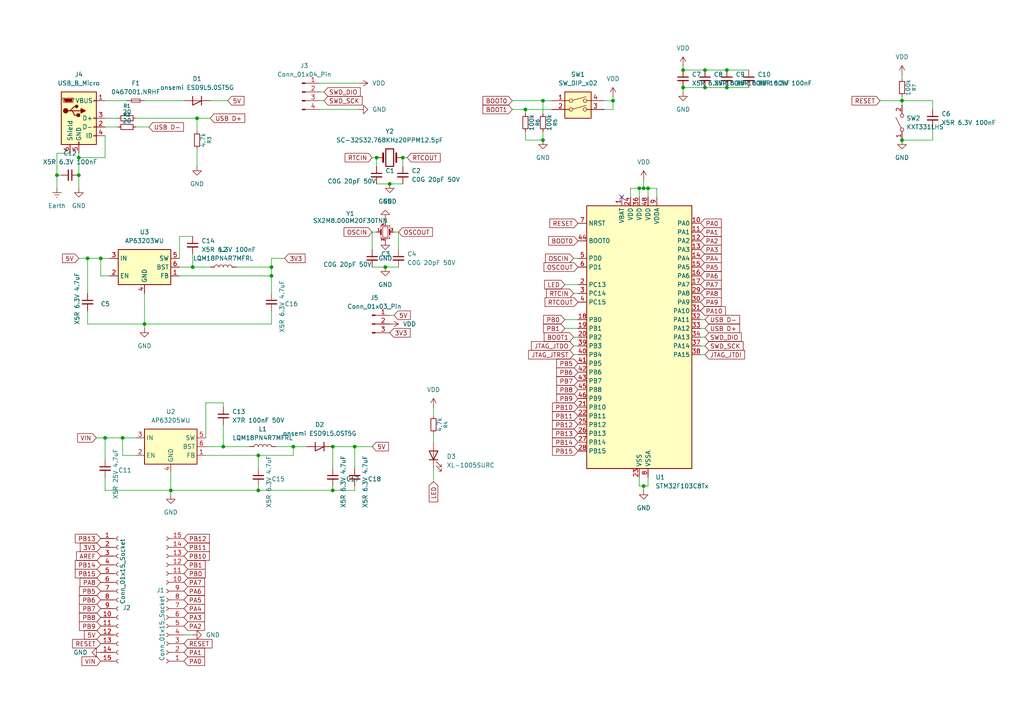
<source format=kicad_sch>
(kicad_sch (version 20250114) (generator "eeschema") (generator_version "9.0")
  (paper "A4")
  (lib_symbols
    (symbol "Connector:Conn_01x03_Pin" (pin_names (offset 1.016) (hide yes))
      (property "Reference" "J" (at 0 5.08 0))
      (property "Value" "Conn_01x03_Pin" (at 0 -5.08 0))
      (symbol "Conn_01x03_Pin_1_1"
        (pin passive line (at 5.08 2.54 180) (length 3.81) (name "Pin_1") (number "1"))
        (pin passive line (at 5.08 0 180) (length 3.81) (name "Pin_2") (number "2"))
        (pin passive line (at 5.08 -2.54 180) (length 3.81) (name "Pin_3") (number "3"))
      )
    )
    (symbol "Connector:Conn_01x04_Pin" (pin_names (offset 1.016) (hide yes))
      (property "Reference" "J" (at 0 5.08 0))
      (property "Value" "Conn_01x04_Pin" (at 0 -7.62 0))
      (symbol "Conn_01x04_Pin_1_1"
        (pin passive line (at 5.08 2.54 180) (length 3.81) (name "Pin_1") (number "1"))
        (pin passive line (at 5.08 0 180) (length 3.81) (name "Pin_2") (number "2"))
        (pin passive line (at 5.08 -2.54 180) (length 3.81) (name "Pin_3") (number "3"))
        (pin passive line (at 5.08 -5.08 180) (length 3.81) (name "Pin_4") (number "4"))
      )
    )
    (symbol "Connector:Conn_01x15_Socket" (pin_names (offset 1.016) (hide yes))
      (property "Reference" "J" (at 0 20.32 0))
      (property "Value" "Conn_01x15_Socket" (at 0 -20.32 0))
      (symbol "Conn_01x15_Socket_1_1"
        (pin passive line (at -5.08 17.78 0) (length 3.81) (name "Pin_1") (number "1"))
        (pin passive line (at -5.08 15.24 0) (length 3.81) (name "Pin_2") (number "2"))
        (pin passive line (at -5.08 12.7 0) (length 3.81) (name "Pin_3") (number "3"))
        (pin passive line (at -5.08 10.16 0) (length 3.81) (name "Pin_4") (number "4"))
        (pin passive line (at -5.08 7.62 0) (length 3.81) (name "Pin_5") (number "5"))
        (pin passive line (at -5.08 5.08 0) (length 3.81) (name "Pin_6") (number "6"))
        (pin passive line (at -5.08 2.54 0) (length 3.81) (name "Pin_7") (number "7"))
        (pin passive line (at -5.08 0 0) (length 3.81) (name "Pin_8") (number "8"))
        (pin passive line (at -5.08 -2.54 0) (length 3.81) (name "Pin_9") (number "9"))
        (pin passive line (at -5.08 -5.08 0) (length 3.81) (name "Pin_10") (number "10"))
        (pin passive line (at -5.08 -7.62 0) (length 3.81) (name "Pin_11") (number "11"))
        (pin passive line (at -5.08 -10.16 0) (length 3.81) (name "Pin_12") (number "12"))
        (pin passive line (at -5.08 -12.7 0) (length 3.81) (name "Pin_13") (number "13"))
        (pin passive line (at -5.08 -15.24 0) (length 3.81) (name "Pin_14") (number "14"))
        (pin passive line (at -5.08 -17.78 0) (length 3.81) (name "Pin_15") (number "15"))
      )
    )
    (symbol "Connector:USB_B_Micro" (pin_names (offset 1.016))
      (property "Reference" "J" (at -5.08 11.43 0))
      (property "Value" "USB_B_Micro" (at -5.08 8.89 0))
      (symbol "USB_B_Micro_1_1"
        (pin passive line (at -2.54 -10.16 90) (length 2.54) (name "Shield") (number "6"))
        (pin power_out line (at 0 -10.16 90) (length 2.54) (name "GND") (number "5"))
        (pin power_out line (at 7.62 5.08 180) (length 2.54) (name "VBUS") (number "1"))
        (pin bidirectional line (at 7.62 0 180) (length 2.54) (name "D+") (number "3"))
        (pin bidirectional line (at 7.62 -2.54 180) (length 2.54) (name "D-") (number "2"))
        (pin passive line (at 7.62 -5.08 180) (length 2.54) (name "ID") (number "4"))
      )
    )
    (symbol "Device:C_Small" (pin_numbers (hide yes)) (pin_names (offset 0.254) (hide yes))
      (property "Reference" "C" (at 0.254 1.778 0))
      (property "Value" "C_Small" (at 0.254 -2.032 0))
      (symbol "C_Small_1_1"
        (pin passive line (at 0 2.54 270) (length 2.032) (name "~") (number "1"))
        (pin passive line (at 0 -2.54 90) (length 2.032) (name "~") (number "2"))
      )
    )
    (symbol "Device:Crystal" (pin_numbers (hide yes)) (pin_names (offset 1.016) (hide yes))
      (property "Reference" "Y" (at 0 3.81 0))
      (property "Value" "Crystal" (at 0 -3.81 0))
      (symbol "Crystal_1_1"
        (pin passive line (at -3.81 0 0) (length 1.27) (name "1") (number "1"))
        (pin passive line (at 3.81 0 180) (length 1.27) (name "2") (number "2"))
      )
    )
    (symbol "Device:Crystal_GND24_Small" (pin_names (offset 1.016) (hide yes))
      (property "Reference" "Y" (at 1.27 4.445 0))
      (property "Value" "Crystal_GND24_Small" (at 1.27 2.54 0))
      (symbol "Crystal_GND24_Small_1_1"
        (pin passive line (at -2.54 0 0) (length 1.27) (name "1") (number "1"))
        (pin passive line (at 0 2.54 270) (length 0.635) (name "4") (number "4"))
        (pin passive line (at 0 -2.54 90) (length 0.635) (name "2") (number "2"))
        (pin passive line (at 2.54 0 180) (length 1.27) (name "3") (number "3"))
      )
    )
    (symbol "Device:D_Shockley" (pin_numbers (hide yes)) (pin_names (offset 1.016) (hide yes))
      (property "Reference" "D" (at 0 2.54 0))
      (property "Value" "D_Shockley" (at 0 -2.54 0))
      (symbol "D_Shockley_1_1"
        (pin passive line (at -3.81 0 0) (length 2.54) (name "K") (number "1"))
        (pin passive line (at 3.81 0 180) (length 2.54) (name "A") (number "2"))
      )
    )
    (symbol "Device:Fuse_Small" (pin_numbers (hide yes)) (pin_names (offset 0.254) (hide yes))
      (property "Reference" "F" (at 0 -1.524 0))
      (property "Value" "Fuse_Small" (at 0 1.524 0))
      (symbol "Fuse_Small_1_1"
        (pin passive line (at -2.54 0 0) (length 1.27) (name "~") (number "1"))
        (pin passive line (at 2.54 0 180) (length 1.27) (name "~") (number "2"))
      )
    )
    (symbol "Device:L" (pin_numbers (hide yes)) (pin_names (offset 1.016) (hide yes))
      (property "Reference" "L" (at -1.27 0 90))
      (property "Value" "L" (at 1.905 0 90))
      (symbol "L_1_1"
        (pin passive line (at 0 3.81 270) (length 1.27) (name "1") (number "1"))
        (pin passive line (at 0 -3.81 90) (length 1.27) (name "2") (number "2"))
      )
    )
    (symbol "Device:LED" (pin_numbers (hide yes)) (pin_names (offset 1.016) (hide yes))
      (property "Reference" "D" (at 0 2.54 0))
      (property "Value" "LED" (at 0 -2.54 0))
      (symbol "LED_1_1"
        (pin passive line (at -3.81 0 0) (length 2.54) (name "K") (number "1"))
        (pin passive line (at 3.81 0 180) (length 2.54) (name "A") (number "2"))
      )
    )
    (symbol "Device:R_Small" (pin_numbers (hide yes)) (pin_names (offset 0.254) (hide yes))
      (property "Reference" "R" (at 0 0 90))
      (property "Value" "R_Small" (at 1.778 0 90))
      (symbol "R_Small_1_1"
        (pin passive line (at 0 2.54 270) (length 0.762) (name "~") (number "1"))
        (pin passive line (at 0 -2.54 90) (length 0.762) (name "~") (number "2"))
      )
    )
    (symbol "MCU_ST_STM32F1:STM32F103C8Tx"
      (property "Reference" "U" (at -15.24 39.37 0))
      (property "Value" "STM32F103C8Tx" (at 7.62 39.37 0))
      (symbol "STM32F103C8Tx_1_1"
        (pin input line (at -17.78 33.02 0) (length 2.54) (name "NRST") (number "7"))
        (pin input line (at -17.78 27.94 0) (length 2.54) (name "BOOT0") (number "44"))
        (pin bidirectional line (at -17.78 22.86 0) (length 2.54) (name "PD0") (number "5"))
        (pin bidirectional line (at -17.78 20.32 0) (length 2.54) (name "PD1") (number "6"))
        (pin bidirectional line (at -17.78 15.24 0) (length 2.54) (name "PC13") (number "2"))
        (pin bidirectional line (at -17.78 12.7 0) (length 2.54) (name "PC14") (number "3"))
        (pin bidirectional line (at -17.78 10.16 0) (length 2.54) (name "PC15") (number "4"))
        (pin bidirectional line (at -17.78 5.08 0) (length 2.54) (name "PB0") (number "18"))
        (pin bidirectional line (at -17.78 2.54 0) (length 2.54) (name "PB1") (number "19"))
        (pin bidirectional line (at -17.78 0 0) (length 2.54) (name "PB2") (number "20"))
        (pin bidirectional line (at -17.78 -2.54 0) (length 2.54) (name "PB3") (number "39"))
        (pin bidirectional line (at -17.78 -5.08 0) (length 2.54) (name "PB4") (number "40"))
        (pin bidirectional line (at -17.78 -7.62 0) (length 2.54) (name "PB5") (number "41"))
        (pin bidirectional line (at -17.78 -10.16 0) (length 2.54) (name "PB6") (number "42"))
        (pin bidirectional line (at -17.78 -12.7 0) (length 2.54) (name "PB7") (number "43"))
        (pin bidirectional line (at -17.78 -15.24 0) (length 2.54) (name "PB8") (number "45"))
        (pin bidirectional line (at -17.78 -17.78 0) (length 2.54) (name "PB9") (number "46"))
        (pin bidirectional line (at -17.78 -20.32 0) (length 2.54) (name "PB10") (number "21"))
        (pin bidirectional line (at -17.78 -22.86 0) (length 2.54) (name "PB11") (number "22"))
        (pin bidirectional line (at -17.78 -25.4 0) (length 2.54) (name "PB12") (number "25"))
        (pin bidirectional line (at -17.78 -27.94 0) (length 2.54) (name "PB13") (number "26"))
        (pin bidirectional line (at -17.78 -30.48 0) (length 2.54) (name "PB14") (number "27"))
        (pin bidirectional line (at -17.78 -33.02 0) (length 2.54) (name "PB15") (number "28"))
        (pin power_in line (at -5.08 40.64 270) (length 2.54) (name "VBAT") (number "1"))
        (pin power_in line (at -2.54 40.64 270) (length 2.54) (name "VDD") (number "24"))
        (pin power_in line (at 0 40.64 270) (length 2.54) (name "VDD") (number "36"))
        (pin power_in line (at 0 -40.64 90) (length 2.54) (name "VSS") (number "23"))
        (pin passive line (at 0 -40.64 90) (length 2.54) (hide yes) (name "VSS") (number "35"))
        (pin passive line (at 0 -40.64 90) (length 2.54) (hide yes) (name "VSS") (number "47"))
        (pin power_in line (at 2.54 40.64 270) (length 2.54) (name "VDD") (number "48"))
        (pin power_in line (at 2.54 -40.64 90) (length 2.54) (name "VSSA") (number "8"))
        (pin power_in line (at 5.08 40.64 270) (length 2.54) (name "VDDA") (number "9"))
        (pin bidirectional line (at 17.78 33.02 180) (length 2.54) (name "PA0") (number "10"))
        (pin bidirectional line (at 17.78 30.48 180) (length 2.54) (name "PA1") (number "11"))
        (pin bidirectional line (at 17.78 27.94 180) (length 2.54) (name "PA2") (number "12"))
        (pin bidirectional line (at 17.78 25.4 180) (length 2.54) (name "PA3") (number "13"))
        (pin bidirectional line (at 17.78 22.86 180) (length 2.54) (name "PA4") (number "14"))
        (pin bidirectional line (at 17.78 20.32 180) (length 2.54) (name "PA5") (number "15"))
        (pin bidirectional line (at 17.78 17.78 180) (length 2.54) (name "PA6") (number "16"))
        (pin bidirectional line (at 17.78 15.24 180) (length 2.54) (name "PA7") (number "17"))
        (pin bidirectional line (at 17.78 12.7 180) (length 2.54) (name "PA8") (number "29"))
        (pin bidirectional line (at 17.78 10.16 180) (length 2.54) (name "PA9") (number "30"))
        (pin bidirectional line (at 17.78 7.62 180) (length 2.54) (name "PA10") (number "31"))
        (pin bidirectional line (at 17.78 5.08 180) (length 2.54) (name "PA11") (number "32"))
        (pin bidirectional line (at 17.78 2.54 180) (length 2.54) (name "PA12") (number "33"))
        (pin bidirectional line (at 17.78 0 180) (length 2.54) (name "PA13") (number "34"))
        (pin bidirectional line (at 17.78 -2.54 180) (length 2.54) (name "PA14") (number "37"))
        (pin bidirectional line (at 17.78 -5.08 180) (length 2.54) (name "PA15") (number "38"))
      )
    )
    (symbol "Regulator_Switching:AP63203WU"
      (property "Reference" "U" (at -7.62 6.35 0))
      (property "Value" "AP63203WU" (at 2.54 6.35 0))
      (symbol "AP63203WU_1_1"
        (pin power_in line (at -10.16 2.54 0) (length 2.54) (name "IN") (number "3"))
        (pin input line (at -10.16 -2.54 0) (length 2.54) (name "EN") (number "2"))
        (pin power_in line (at 0 -7.62 90) (length 2.54) (name "GND") (number "4"))
        (pin output line (at 10.16 2.54 180) (length 2.54) (name "SW") (number "5"))
        (pin passive line (at 10.16 0 180) (length 2.54) (name "BST") (number "6"))
        (pin input line (at 10.16 -2.54 180) (length 2.54) (name "FB") (number "1"))
      )
    )
    (symbol "Regulator_Switching:AP63205WU"
      (property "Reference" "U" (at -7.62 6.35 0))
      (property "Value" "AP63205WU" (at 2.54 6.35 0))
      (symbol "AP63205WU_1_1"
        (pin power_in line (at -10.16 2.54 0) (length 2.54) (name "IN") (number "3"))
        (pin input line (at -10.16 -2.54 0) (length 2.54) (name "EN") (number "2"))
        (pin power_in line (at 0 -7.62 90) (length 2.54) (name "GND") (number "4"))
        (pin output line (at 10.16 2.54 180) (length 2.54) (name "SW") (number "5"))
        (pin passive line (at 10.16 0 180) (length 2.54) (name "BST") (number "6"))
        (pin input line (at 10.16 -2.54 180) (length 2.54) (name "FB") (number "1"))
      )
    )
    (symbol "Switch:SW_DIP_x02" (pin_names (offset 0) (hide yes))
      (property "Reference" "SW" (at 0 6.35 0))
      (property "Value" "SW_DIP_x02" (at 0 -3.81 0))
      (symbol "SW_DIP_x02_1_1"
        (pin passive line (at -7.62 2.54 0) (length 5.08) (name "~") (number "1"))
        (pin passive line (at -7.62 0 0) (length 5.08) (name "~") (number "2"))
        (pin passive line (at 7.62 2.54 180) (length 5.08) (name "~") (number "4"))
        (pin passive line (at 7.62 0 180) (length 5.08) (name "~") (number "3"))
      )
    )
    (symbol "Switch:SW_SPST" (pin_names (offset 0) (hide yes))
      (property "Reference" "SW" (at 0 3.175 0))
      (property "Value" "SW_SPST" (at 0 -2.54 0))
      (symbol "SW_SPST_1_1"
        (pin passive line (at -5.08 0 0) (length 2.54) (name "A") (number "1"))
        (pin passive line (at 5.08 0 180) (length 2.54) (name "B") (number "2"))
      )
    )
    (symbol "power:Earth" (power) (pin_numbers (hide yes)) (pin_names (offset 0) (hide yes))
      (property "Value" "Earth" (at 0 -3.81 0))
      (symbol "Earth_1_1"
        (pin power_in line (at 0 0 270) (length 0) (name "~") (number "1"))
      )
    )
    (symbol "power:GND" (power) (pin_numbers (hide yes)) (pin_names (offset 0) (hide yes))
      (property "Value" "GND" (at 0 -3.81 0))
      (symbol "GND_1_1"
        (pin power_in line (at 0 0 270) (length 0) (name "~") (number "1"))
      )
    )
    (symbol "power:VDD" (power) (pin_numbers (hide yes)) (pin_names (offset 0) (hide yes))
      (property "Value" "VDD" (at 0 3.556 0))
      (symbol "VDD_1_1"
        (pin power_in line (at 0 0 90) (length 0) (name "~") (number "1"))
      )
    )
  )
  (junction (at 186.69 54.61))
  (junction (at 204.47 25.4))
  (junction (at 187.96 54.61))
  (junction (at 102.87 129.54))
  (junction (at 204.47 20.32))
  (junction (at 64.77 129.54))
  (junction (at 177.8 29.21))
  (junction (at 22.86 50.8))
  (junction (at 57.15 34.29))
  (junction (at 185.42 54.61))
  (junction (at 41.91 93.98))
  (junction (at 116.84 45.72))
  (junction (at 111.76 77.47))
  (junction (at 113.03 53.34))
  (junction (at 198.12 25.4))
  (junction (at 30.48 127))
  (junction (at 55.88 77.47))
  (junction (at 157.48 40.64))
  (junction (at 49.53 142.24))
  (junction (at 29.21 74.93))
  (junction (at 210.82 25.4))
  (junction (at 157.48 29.21))
  (junction (at 74.93 142.24))
  (junction (at 16.51 50.8))
  (junction (at 152.4 31.75))
  (junction (at 261.62 29.21))
  (junction (at 85.09 129.54))
  (junction (at 35.56 127))
  (junction (at 96.52 129.54))
  (junction (at 74.93 132.08))
  (junction (at 261.62 40.64))
  (junction (at 25.4 74.93))
  (junction (at 186.69 140.97))
  (junction (at 210.82 20.32))
  (junction (at 96.52 142.24))
  (junction (at 22.86 45.72))
  (junction (at 109.22 45.72))
  (junction (at 78.74 77.47))
  (junction (at 198.12 20.32))
  (junction (at 78.74 80.01))
  (no_connect (at 180.34 57.15))
  (wire (pts (xy 204.47 92.71) (xy 203.2 92.71)))
  (wire (pts (xy 49.53 142.24) (xy 74.93 142.24)))
  (wire (pts (xy 190.5 54.61) (xy 187.96 54.61)))
  (wire (pts (xy 115.57 67.31) (xy 114.3 67.31)))
  (wire (pts (xy 270.51 29.21) (xy 261.62 29.21)))
  (wire (pts (xy 59.69 132.08) (xy 74.93 132.08)))
  (wire (pts (xy 30.48 39.37) (xy 30.48 45.72)))
  (wire (pts (xy 16.51 50.8) (xy 17.78 50.8)))
  (wire (pts (xy 30.48 138.43) (xy 30.48 142.24)))
  (wire (pts (xy 25.4 74.93) (xy 25.4 85.09)))
  (wire (pts (xy 107.95 67.31) (xy 107.95 72.39)))
  (wire (pts (xy 35.56 132.08) (xy 35.56 127)))
  (wire (pts (xy 104.14 24.13) (xy 92.71 24.13)))
  (wire (pts (xy 74.93 132.08) (xy 85.09 132.08)))
  (wire (pts (xy 198.12 20.32) (xy 204.47 20.32)))
  (wire (pts (xy 22.86 50.8) (xy 22.86 54.61)))
  (wire (pts (xy 166.37 97.79) (xy 167.64 97.79)))
  (wire (pts (xy 59.69 129.54) (xy 64.77 129.54)))
  (wire (pts (xy 116.84 48.26) (xy 116.84 45.72)))
  (wire (pts (xy 55.88 77.47) (xy 60.96 77.47)))
  (wire (pts (xy 49.53 137.16) (xy 49.53 142.24)))
  (wire (pts (xy 74.93 142.24) (xy 96.52 142.24)))
  (wire (pts (xy 166.37 102.87) (xy 167.64 102.87)))
  (wire (pts (xy 114.3 91.44) (xy 113.03 91.44)))
  (wire (pts (xy 39.37 34.29) (xy 57.15 34.29)))
  (wire (pts (xy 57.15 43.18) (xy 57.15 48.26)))
  (wire (pts (xy 64.77 116.84) (xy 64.77 118.11)))
  (wire (pts (xy 30.48 127) (xy 35.56 127)))
  (wire (pts (xy 74.93 140.97) (xy 74.93 142.24)))
  (wire (pts (xy 204.47 25.4) (xy 210.82 25.4)))
  (wire (pts (xy 29.21 80.01) (xy 29.21 74.93)))
  (wire (pts (xy 93.98 26.67) (xy 92.71 26.67)))
  (wire (pts (xy 261.62 27.94) (xy 261.62 29.21)))
  (wire (pts (xy 96.52 140.97) (xy 96.52 142.24)))
  (wire (pts (xy 186.69 142.24) (xy 186.69 140.97)))
  (wire (pts (xy 74.93 135.89) (xy 74.93 132.08)))
  (wire (pts (xy 186.69 52.07) (xy 186.69 54.61)))
  (wire (pts (xy 163.83 95.25) (xy 167.64 95.25)))
  (wire (pts (xy 30.48 142.24) (xy 49.53 142.24)))
  (wire (pts (xy 107.95 67.31) (xy 109.22 67.31)))
  (wire (pts (xy 255.27 29.21) (xy 261.62 29.21)))
  (wire (pts (xy 30.48 34.29) (xy 34.29 34.29)))
  (wire (pts (xy 16.51 44.45) (xy 16.51 50.8)))
  (wire (pts (xy 22.86 45.72) (xy 30.48 45.72)))
  (wire (pts (xy 261.62 21.59) (xy 261.62 22.86)))
  (wire (pts (xy 66.04 29.21) (xy 60.96 29.21)))
  (wire (pts (xy 59.69 127) (xy 59.69 116.84)))
  (wire (pts (xy 78.74 74.93) (xy 82.55 74.93)))
  (wire (pts (xy 261.62 29.21) (xy 261.62 30.48)))
  (wire (pts (xy 198.12 19.05) (xy 198.12 20.32)))
  (wire (pts (xy 163.83 92.71) (xy 167.64 92.71)))
  (wire (pts (xy 30.48 127) (xy 30.48 133.35)))
  (wire (pts (xy 20.32 44.45) (xy 16.51 44.45)))
  (wire (pts (xy 41.91 93.98) (xy 41.91 95.25)))
  (wire (pts (xy 113.03 53.34) (xy 116.84 53.34)))
  (wire (pts (xy 125.73 118.11) (xy 125.73 120.65)))
  (wire (pts (xy 41.91 93.98) (xy 78.74 93.98)))
  (wire (pts (xy 78.74 80.01) (xy 78.74 85.09)))
  (wire (pts (xy 152.4 38.1) (xy 152.4 40.64)))
  (wire (pts (xy 96.52 129.54) (xy 102.87 129.54)))
  (wire (pts (xy 107.95 45.72) (xy 109.22 45.72)))
  (wire (pts (xy 177.8 27.94) (xy 177.8 29.21)))
  (wire (pts (xy 163.83 82.55) (xy 167.64 82.55)))
  (wire (pts (xy 125.73 125.73) (xy 125.73 128.27)))
  (wire (pts (xy 182.88 54.61) (xy 185.42 54.61)))
  (wire (pts (xy 177.8 29.21) (xy 177.8 31.75)))
  (wire (pts (xy 25.4 74.93) (xy 29.21 74.93)))
  (wire (pts (xy 29.21 74.93) (xy 31.75 74.93)))
  (wire (pts (xy 93.98 29.21) (xy 92.71 29.21)))
  (wire (pts (xy 270.51 36.83) (xy 270.51 40.64)))
  (wire (pts (xy 175.26 29.21) (xy 177.8 29.21)))
  (wire (pts (xy 204.47 97.79) (xy 203.2 97.79)))
  (wire (pts (xy 157.48 29.21) (xy 157.48 33.02)))
  (wire (pts (xy 152.4 31.75) (xy 152.4 33.02)))
  (wire (pts (xy 52.07 80.01) (xy 78.74 80.01)))
  (wire (pts (xy 102.87 129.54) (xy 107.95 129.54)))
  (wire (pts (xy 210.82 25.4) (xy 217.17 25.4)))
  (wire (pts (xy 102.87 142.24) (xy 96.52 142.24)))
  (wire (pts (xy 157.48 29.21) (xy 160.02 29.21)))
  (wire (pts (xy 57.15 34.29) (xy 57.15 38.1)))
  (wire (pts (xy 52.07 74.93) (xy 52.07 68.58)))
  (wire (pts (xy 85.09 129.54) (xy 80.01 129.54)))
  (wire (pts (xy 109.22 45.72) (xy 109.22 48.26)))
  (wire (pts (xy 204.47 20.32) (xy 210.82 20.32)))
  (wire (pts (xy 185.42 54.61) (xy 186.69 54.61)))
  (wire (pts (xy 109.22 53.34) (xy 113.03 53.34)))
  (wire (pts (xy 148.59 29.21) (xy 157.48 29.21)))
  (wire (pts (xy 166.37 100.33) (xy 167.64 100.33)))
  (wire (pts (xy 111.76 77.47) (xy 115.57 77.47)))
  (wire (pts (xy 166.37 74.93) (xy 167.64 74.93)))
  (wire (pts (xy 30.48 29.21) (xy 36.83 29.21)))
  (wire (pts (xy 102.87 129.54) (xy 102.87 135.89)))
  (wire (pts (xy 198.12 25.4) (xy 198.12 26.67)))
  (wire (pts (xy 64.77 129.54) (xy 72.39 129.54)))
  (wire (pts (xy 41.91 85.09) (xy 41.91 93.98)))
  (wire (pts (xy 204.47 102.87) (xy 203.2 102.87)))
  (wire (pts (xy 270.51 40.64) (xy 261.62 40.64)))
  (wire (pts (xy 52.07 68.58) (xy 55.88 68.58)))
  (wire (pts (xy 185.42 138.43) (xy 185.42 140.97)))
  (wire (pts (xy 204.47 95.25) (xy 203.2 95.25)))
  (wire (pts (xy 152.4 31.75) (xy 160.02 31.75)))
  (wire (pts (xy 107.95 77.47) (xy 111.76 77.47)))
  (wire (pts (xy 157.48 38.1) (xy 157.48 40.64)))
  (wire (pts (xy 85.09 129.54) (xy 85.09 132.08)))
  (wire (pts (xy 190.5 57.15) (xy 190.5 54.61)))
  (wire (pts (xy 187.96 54.61) (xy 186.69 54.61)))
  (wire (pts (xy 55.88 73.66) (xy 55.88 77.47)))
  (wire (pts (xy 104.14 31.75) (xy 92.71 31.75)))
  (wire (pts (xy 39.37 132.08) (xy 35.56 132.08)))
  (wire (pts (xy 204.47 100.33) (xy 203.2 100.33)))
  (wire (pts (xy 210.82 20.32) (xy 217.17 20.32)))
  (wire (pts (xy 187.96 140.97) (xy 186.69 140.97)))
  (wire (pts (xy 187.96 138.43) (xy 187.96 140.97)))
  (wire (pts (xy 30.48 36.83) (xy 34.29 36.83)))
  (wire (pts (xy 22.86 45.72) (xy 22.86 50.8)))
  (wire (pts (xy 31.75 80.01) (xy 29.21 80.01)))
  (wire (pts (xy 57.15 34.29) (xy 60.96 34.29)))
  (wire (pts (xy 185.42 54.61) (xy 185.42 57.15)))
  (wire (pts (xy 25.4 90.17) (xy 25.4 93.98)))
  (wire (pts (xy 148.59 31.75) (xy 152.4 31.75)))
  (wire (pts (xy 68.58 77.47) (xy 78.74 77.47)))
  (wire (pts (xy 59.69 116.84) (xy 64.77 116.84)))
  (wire (pts (xy 41.91 29.21) (xy 53.34 29.21)))
  (wire (pts (xy 182.88 57.15) (xy 182.88 54.61)))
  (wire (pts (xy 115.57 67.31) (xy 115.57 72.39)))
  (wire (pts (xy 166.37 85.09) (xy 167.64 85.09)))
  (wire (pts (xy 16.51 50.8) (xy 16.51 54.61)))
  (wire (pts (xy 118.11 45.72) (xy 116.84 45.72)))
  (wire (pts (xy 152.4 40.64) (xy 157.48 40.64)))
  (wire (pts (xy 187.96 57.15) (xy 187.96 54.61)))
  (wire (pts (xy 85.09 129.54) (xy 88.9 129.54)))
  (wire (pts (xy 43.18 36.83) (xy 39.37 36.83)))
  (wire (pts (xy 22.86 74.93) (xy 25.4 74.93)))
  (wire (pts (xy 78.74 77.47) (xy 78.74 80.01)))
  (wire (pts (xy 270.51 29.21) (xy 270.51 31.75)))
  (wire (pts (xy 125.73 139.7) (xy 125.73 135.89)))
  (wire (pts (xy 198.12 25.4) (xy 204.47 25.4)))
  (wire (pts (xy 22.86 45.72) (xy 22.86 44.45)))
  (wire (pts (xy 64.77 123.19) (xy 64.77 129.54)))
  (wire (pts (xy 96.52 129.54) (xy 96.52 135.89)))
  (wire (pts (xy 49.53 142.24) (xy 49.53 143.51)))
  (wire (pts (xy 52.07 77.47) (xy 55.88 77.47)))
  (wire (pts (xy 78.74 90.17) (xy 78.74 93.98)))
  (wire (pts (xy 55.88 184.15) (xy 53.34 184.15)))
  (wire (pts (xy 177.8 31.75) (xy 175.26 31.75)))
  (wire (pts (xy 102.87 140.97) (xy 102.87 142.24)))
  (wire (pts (xy 27.94 127) (xy 30.48 127)))
  (wire (pts (xy 25.4 93.98) (xy 41.91 93.98)))
  (wire (pts (xy 35.56 127) (xy 39.37 127)))
  (wire (pts (xy 185.42 140.97) (xy 186.69 140.97)))
  (wire (pts (xy 78.74 74.93) (xy 78.74 77.47)))
  (wire (pts (xy 111.76 63.5) (xy 111.76 64.77)))
  (global_label "JTAG_JTDI" (shape input) (at 204.47 102.87 0) (property "Intersheetrefs" "${INTERSHEET_REFS}" (effects (hide yes))))
  (global_label "RTCOUT" (shape input) (at 167.64 87.63 180) (property "Intersheetrefs" "${INTERSHEET_REFS}" (effects (hide yes))))
  (global_label "PB1" (shape input) (at 53.34 163.83 0) (property "Intersheetrefs" "${INTERSHEET_REFS}" (effects (hide yes))))
  (global_label "5V" (shape input) (at 114.3 91.44 0) (property "Intersheetrefs" "${INTERSHEET_REFS}" (effects (hide yes))))
  (global_label "PA8" (shape input) (at 203.2 85.09 0) (property "Intersheetrefs" "${INTERSHEET_REFS}" (effects (hide yes))))
  (global_label "RTCOUT" (shape input) (at 118.11 45.72 0) (property "Intersheetrefs" "${INTERSHEET_REFS}" (effects (hide yes))))
  (global_label "PB7" (shape input) (at 29.21 176.53 180) (property "Intersheetrefs" "${INTERSHEET_REFS}" (effects (hide yes))))
  (global_label "PB6" (shape input) (at 167.64 107.95 180) (property "Intersheetrefs" "${INTERSHEET_REFS}" (effects (hide yes))))
  (global_label "BOOT0" (shape input) (at 167.64 69.85 180) (property "Intersheetrefs" "${INTERSHEET_REFS}" (effects (hide yes))))
  (global_label "PA8" (shape input) (at 29.21 168.91 180) (property "Intersheetrefs" "${INTERSHEET_REFS}" (effects (hide yes))))
  (global_label "PA7" (shape input) (at 53.34 168.91 0) (property "Intersheetrefs" "${INTERSHEET_REFS}" (effects (hide yes))))
  (global_label "PA5" (shape input) (at 203.2 77.47 0) (property "Intersheetrefs" "${INTERSHEET_REFS}" (effects (hide yes))))
  (global_label "SWD_SCK" (shape input) (at 93.98 29.21 0) (property "Intersheetrefs" "${INTERSHEET_REFS}" (effects (hide yes))))
  (global_label "PA0" (shape input) (at 53.34 191.77 0) (property "Intersheetrefs" "${INTERSHEET_REFS}" (effects (hide yes))))
  (global_label "RTCIN" (shape input) (at 107.95 45.72 180) (property "Intersheetrefs" "${INTERSHEET_REFS}" (effects (hide yes))))
  (global_label "PB11" (shape input) (at 53.34 158.75 0) (property "Intersheetrefs" "${INTERSHEET_REFS}" (effects (hide yes))))
  (global_label "VIN" (shape input) (at 29.21 191.77 180) (property "Intersheetrefs" "${INTERSHEET_REFS}" (effects (hide yes))))
  (global_label "5V" (shape input) (at 66.04 29.21 0) (property "Intersheetrefs" "${INTERSHEET_REFS}" (effects (hide yes))))
  (global_label "BOOT1" (shape input) (at 148.59 31.75 180) (property "Intersheetrefs" "${INTERSHEET_REFS}" (effects (hide yes))))
  (global_label "PB13" (shape input) (at 29.21 156.21 180) (property "Intersheetrefs" "${INTERSHEET_REFS}" (effects (hide yes))))
  (global_label "OSCOUT" (shape input) (at 115.57 67.31 0) (property "Intersheetrefs" "${INTERSHEET_REFS}" (effects (hide yes))))
  (global_label "BOOT1" (shape input) (at 166.37 97.79 180) (property "Intersheetrefs" "${INTERSHEET_REFS}" (effects (hide yes))))
  (global_label "PB5" (shape input) (at 29.21 171.45 180) (property "Intersheetrefs" "${INTERSHEET_REFS}" (effects (hide yes))))
  (global_label "PB6" (shape input) (at 29.21 173.99 180) (property "Intersheetrefs" "${INTERSHEET_REFS}" (effects (hide yes))))
  (global_label "LED" (shape input) (at 163.83 82.55 180) (property "Intersheetrefs" "${INTERSHEET_REFS}" (effects (hide yes))))
  (global_label "PA6" (shape input) (at 203.2 80.01 0) (property "Intersheetrefs" "${INTERSHEET_REFS}" (effects (hide yes))))
  (global_label "JTAG_JTRST" (shape input) (at 166.37 102.87 180) (property "Intersheetrefs" "${INTERSHEET_REFS}" (effects (hide yes))))
  (global_label "5V" (shape input) (at 22.86 74.93 180) (property "Intersheetrefs" "${INTERSHEET_REFS}" (effects (hide yes))))
  (global_label "PB0" (shape input) (at 163.83 92.71 180) (property "Intersheetrefs" "${INTERSHEET_REFS}" (effects (hide yes))))
  (global_label "OSCIN" (shape input) (at 107.95 67.31 180) (property "Intersheetrefs" "${INTERSHEET_REFS}" (effects (hide yes))))
  (global_label "PA5" (shape input) (at 53.34 173.99 0) (property "Intersheetrefs" "${INTERSHEET_REFS}" (effects (hide yes))))
  (global_label "PA7" (shape input) (at 203.2 82.55 0) (property "Intersheetrefs" "${INTERSHEET_REFS}" (effects (hide yes))))
  (global_label "BOOT0" (shape input) (at 148.59 29.21 180) (property "Intersheetrefs" "${INTERSHEET_REFS}" (effects (hide yes))))
  (global_label "PA3" (shape input) (at 203.2 72.39 0) (property "Intersheetrefs" "${INTERSHEET_REFS}" (effects (hide yes))))
  (global_label "PA0" (shape input) (at 203.2 64.77 0) (property "Intersheetrefs" "${INTERSHEET_REFS}" (effects (hide yes))))
  (global_label "PA3" (shape input) (at 53.34 179.07 0) (property "Intersheetrefs" "${INTERSHEET_REFS}" (effects (hide yes))))
  (global_label "SWD_SCK" (shape input) (at 204.47 100.33 0) (property "Intersheetrefs" "${INTERSHEET_REFS}" (effects (hide yes))))
  (global_label "PB11" (shape input) (at 167.64 120.65 180) (property "Intersheetrefs" "${INTERSHEET_REFS}" (effects (hide yes))))
  (global_label "PB5" (shape input) (at 167.64 105.41 180) (property "Intersheetrefs" "${INTERSHEET_REFS}" (effects (hide yes))))
  (global_label "PB0" (shape input) (at 53.34 166.37 0) (property "Intersheetrefs" "${INTERSHEET_REFS}" (effects (hide yes))))
  (global_label "RESET" (shape input) (at 29.21 186.69 180) (property "Intersheetrefs" "${INTERSHEET_REFS}" (effects (hide yes))))
  (global_label "PB12" (shape input) (at 167.64 123.19 180) (property "Intersheetrefs" "${INTERSHEET_REFS}" (effects (hide yes))))
  (global_label "PB9" (shape input) (at 29.21 181.61 180) (property "Intersheetrefs" "${INTERSHEET_REFS}" (effects (hide yes))))
  (global_label "PA4" (shape input) (at 203.2 74.93 0) (property "Intersheetrefs" "${INTERSHEET_REFS}" (effects (hide yes))))
  (global_label "RESET" (shape input) (at 53.34 186.69 0) (property "Intersheetrefs" "${INTERSHEET_REFS}" (effects (hide yes))))
  (global_label "PB8" (shape input) (at 167.64 113.03 180) (property "Intersheetrefs" "${INTERSHEET_REFS}" (effects (hide yes))))
  (global_label "PA9" (shape input) (at 203.2 87.63 0) (property "Intersheetrefs" "${INTERSHEET_REFS}" (effects (hide yes))))
  (global_label "PB10" (shape input) (at 167.64 118.11 180) (property "Intersheetrefs" "${INTERSHEET_REFS}" (effects (hide yes))))
  (global_label "5V" (shape input) (at 107.95 129.54 0) (property "Intersheetrefs" "${INTERSHEET_REFS}" (effects (hide yes))))
  (global_label "SWD_DIO" (shape input) (at 93.98 26.67 0) (property "Intersheetrefs" "${INTERSHEET_REFS}" (effects (hide yes))))
  (global_label "PA1" (shape input) (at 53.34 189.23 0) (property "Intersheetrefs" "${INTERSHEET_REFS}" (effects (hide yes))))
  (global_label "LED" (shape input) (at 125.73 139.7 270) (property "Intersheetrefs" "${INTERSHEET_REFS}" (effects (hide yes))))
  (global_label "PB8" (shape input) (at 29.21 179.07 180) (property "Intersheetrefs" "${INTERSHEET_REFS}" (effects (hide yes))))
  (global_label "PA2" (shape input) (at 53.34 181.61 0) (property "Intersheetrefs" "${INTERSHEET_REFS}" (effects (hide yes))))
  (global_label "RTCIN" (shape input) (at 166.37 85.09 180) (property "Intersheetrefs" "${INTERSHEET_REFS}" (effects (hide yes))))
  (global_label "USB D-" (shape input) (at 43.18 36.83 0) (property "Intersheetrefs" "${INTERSHEET_REFS}" (effects (hide yes))))
  (global_label "PB15" (shape input) (at 167.64 130.81 180) (property "Intersheetrefs" "${INTERSHEET_REFS}" (effects (hide yes))))
  (global_label "JTAG_JTDO" (shape input) (at 166.37 100.33 180) (property "Intersheetrefs" "${INTERSHEET_REFS}" (effects (hide yes))))
  (global_label "PA6" (shape input) (at 53.34 171.45 0) (property "Intersheetrefs" "${INTERSHEET_REFS}" (effects (hide yes))))
  (global_label "PA10" (shape input) (at 203.2 90.17 0) (property "Intersheetrefs" "${INTERSHEET_REFS}" (effects (hide yes))))
  (global_label "RESET" (shape input) (at 255.27 29.21 180) (property "Intersheetrefs" "${INTERSHEET_REFS}" (effects (hide yes))))
  (global_label "PB10" (shape input) (at 53.34 161.29 0) (property "Intersheetrefs" "${INTERSHEET_REFS}" (effects (hide yes))))
  (global_label "USB D+" (shape input) (at 204.47 95.25 0) (property "Intersheetrefs" "${INTERSHEET_REFS}" (effects (hide yes))))
  (global_label "PB1" (shape input) (at 163.83 95.25 180) (property "Intersheetrefs" "${INTERSHEET_REFS}" (effects (hide yes))))
  (global_label "OSCIN" (shape input) (at 166.37 74.93 180) (property "Intersheetrefs" "${INTERSHEET_REFS}" (effects (hide yes))))
  (global_label "PB13" (shape input) (at 167.64 125.73 180) (property "Intersheetrefs" "${INTERSHEET_REFS}" (effects (hide yes))))
  (global_label "3V3" (shape input) (at 113.03 96.52 0) (property "Intersheetrefs" "${INTERSHEET_REFS}" (effects (hide yes))))
  (global_label "OSCOUT" (shape input) (at 167.64 77.47 180) (property "Intersheetrefs" "${INTERSHEET_REFS}" (effects (hide yes))))
  (global_label "PB9" (shape input) (at 167.64 115.57 180) (property "Intersheetrefs" "${INTERSHEET_REFS}" (effects (hide yes))))
  (global_label "3V3" (shape input) (at 29.21 158.75 180) (property "Intersheetrefs" "${INTERSHEET_REFS}" (effects (hide yes))))
  (global_label "SWD_DIO" (shape input) (at 204.47 97.79 0) (property "Intersheetrefs" "${INTERSHEET_REFS}" (effects (hide yes))))
  (global_label "PB12" (shape input) (at 53.34 156.21 0) (property "Intersheetrefs" "${INTERSHEET_REFS}" (effects (hide yes))))
  (global_label "AREF" (shape input) (at 29.21 161.29 180) (property "Intersheetrefs" "${INTERSHEET_REFS}" (effects (hide yes))))
  (global_label "RESET" (shape input) (at 167.64 64.77 180) (property "Intersheetrefs" "${INTERSHEET_REFS}" (effects (hide yes))))
  (global_label "PB14" (shape input) (at 29.21 163.83 180) (property "Intersheetrefs" "${INTERSHEET_REFS}" (effects (hide yes))))
  (global_label "USB D+" (shape input) (at 60.96 34.29 0) (property "Intersheetrefs" "${INTERSHEET_REFS}" (effects (hide yes))))
  (global_label "PB14" (shape input) (at 167.64 128.27 180) (property "Intersheetrefs" "${INTERSHEET_REFS}" (effects (hide yes))))
  (global_label "3V3" (shape input) (at 82.55 74.93 0) (property "Intersheetrefs" "${INTERSHEET_REFS}" (effects (hide yes))))
  (global_label "PB15" (shape input) (at 29.21 166.37 180) (property "Intersheetrefs" "${INTERSHEET_REFS}" (effects (hide yes))))
  (global_label "PA4" (shape input) (at 53.34 176.53 0) (property "Intersheetrefs" "${INTERSHEET_REFS}" (effects (hide yes))))
  (global_label "PA1" (shape input) (at 203.2 67.31 0) (property "Intersheetrefs" "${INTERSHEET_REFS}" (effects (hide yes))))
  (global_label "PB7" (shape input) (at 167.64 110.49 180) (property "Intersheetrefs" "${INTERSHEET_REFS}" (effects (hide yes))))
  (global_label "VIN" (shape input) (at 27.94 127 180) (property "Intersheetrefs" "${INTERSHEET_REFS}" (effects (hide yes))))
  (global_label "5V" (shape input) (at 29.21 184.15 180) (property "Intersheetrefs" "${INTERSHEET_REFS}" (effects (hide yes))))
  (global_label "PA2" (shape input) (at 203.2 69.85 0) (property "Intersheetrefs" "${INTERSHEET_REFS}" (effects (hide yes))))
  (global_label "USB D-" (shape input) (at 204.47 92.71 0) (property "Intersheetrefs" "${INTERSHEET_REFS}" (effects (hide yes))))
  (symbol (lib_id "Device:D_Shockley") (at 92.71 129.54 180) (unit 1)
    (property "Reference" "D2" (at 92.71 123.19 0))
    (property "Value" "onsemi ESD9L5.0ST5G" (at 92.71 125.73 0))
    (property "Footprint" "Diode_SMD:D_SOD-923" (effects (hide yes)))
    (property "Description" "Shockley (PNPN) diode" (effects (hide yes)))
  )
  (symbol (lib_id "Device:R_Small") (at 36.83 34.29 90) (unit 1)
    (property "Reference" "R1" (at 36.83 30.734 90) (effects (font (size 1.016 1.016))))
    (property "Value" "20" (at 36.83 32.512 90))
    (property "Footprint" "Resistor_SMD:R_0603_1608Metric" (effects (hide yes)))
    (property "Description" "Resistor, small symbol" (effects (hide yes)))
  )
  (symbol (lib_id "power:GND") (at 111.76 69.85 0) (unit 1)
    (property "Reference" "#PWR06" (effects (hide yes)))
    (property "Value" "GND" (at 111.76 74.93 0))
    (property "Description" "Power symbol creates a global label with name \"GND\" , ground" (effects (hide yes)))
  )
  (symbol (lib_id "power:GND") (at 261.62 40.64 0) (unit 1)
    (property "Reference" "#PWR022" (effects (hide yes)))
    (property "Value" "GND" (at 261.62 45.72 0))
    (property "Description" "Power symbol creates a global label with name \"GND\" , ground" (effects (hide yes)))
  )
  (symbol (lib_id "Regulator_Switching:AP63205WU") (at 49.53 129.54 0) (unit 1)
    (property "Reference" "U2" (at 49.53 119.38 0))
    (property "Value" "AP63205WU" (at 49.53 121.92 0))
    (property "Footprint" "Package_TO_SOT_SMD:TSOT-23-6" (effects (hide yes)))
    (property "Datasheet" "https://www.diodes.com/assets/Datasheets/AP63200-AP63201-AP63203-AP63205.pdf" (effects (hide yes)))
    (property "Description" "2A, 1.1MHz Buck DC/DC Converter, fixed 5.0V output voltage, TSOT-23-6" (effects (hide yes)))
  )
  (symbol (lib_id "Connector:Conn_01x03_Pin") (at 107.95 93.98 0) (unit 1)
    (property "Reference" "J5" (at 108.585 86.36 0))
    (property "Value" "Conn_01x03_Pin" (at 108.585 88.9 0))
    (property "Footprint" "0000_Library:Voltage_Selector" (effects (hide yes)))
    (property "Description" "Generic connector, single row, 01x03, script generated" (effects (hide yes)))
  )
  (symbol (lib_id "Device:LED") (at 125.73 132.08 90) (unit 1)
    (property "Reference" "D3" (at 129.54 132.3974 90) (effects (justify right)))
    (property "Value" "XL-1005SURC" (at 129.54 134.9374 90) (effects (justify right)))
    (property "Footprint" "LED_SMD:LED_0402_1005Metric" (effects (hide yes)))
    (property "Description" "Light emitting diode" (effects (hide yes)))
    (property "Sim.Pins" "1=K 2=A" (effects (hide yes)))
  )
  (symbol (lib_id "Regulator_Switching:AP63203WU") (at 41.91 77.47 0) (unit 1)
    (property "Reference" "U3" (at 41.91 67.31 0))
    (property "Value" "AP63203WU" (at 41.91 69.85 0))
    (property "Footprint" "Package_TO_SOT_SMD:TSOT-23-6" (effects (hide yes)))
    (property "Datasheet" "https://www.diodes.com/assets/Datasheets/AP63200-AP63201-AP63203-AP63205.pdf" (effects (hide yes)))
    (property "Description" "2A, 1.1MHz Buck DC/DC Converter, fixed 3.3V output voltage, TSOT-23-6" (effects (hide yes)))
  )
  (symbol (lib_id "power:VDD") (at 113.03 93.98 270) (unit 1)
    (property "Reference" "#PWR011" (effects (hide yes)))
    (property "Value" "VDD" (at 116.84 93.9799 90) (effects (justify left)))
    (property "Description" "Power symbol creates a global label with name \"VDD\"" (effects (hide yes)))
  )
  (symbol (lib_id "Connector:Conn_01x04_Pin") (at 87.63 26.67 0) (unit 1)
    (property "Reference" "J3" (at 88.265 19.05 0))
    (property "Value" "Conn_01x04_Pin" (at 88.265 21.59 0))
    (property "Footprint" "Connector_JST:JST_PH_S4B-PH-K_1x04_P2.00mm_Horizontal" (effects (hide yes)))
    (property "Description" "Generic connector, single row, 01x04, script generated" (effects (hide yes)))
  )
  (symbol (lib_id "Device:D_Shockley") (at 57.15 29.21 180) (unit 1)
    (property "Reference" "D1" (at 57.15 22.86 0))
    (property "Value" "onsemi ESD9L5.0ST5G" (at 57.15 25.4 0))
    (property "Footprint" "Diode_SMD:D_SOD-923" (effects (hide yes)))
    (property "Description" "Shockley (PNPN) diode" (effects (hide yes)))
  )
  (symbol (lib_id "Device:R_Small") (at 157.48 35.56 0) (unit 1)
    (property "Reference" "R5" (at 161.036 35.56 90) (effects (font (size 1.016 1.016))))
    (property "Value" "100k" (at 159.258 35.56 90))
    (property "Footprint" "Resistor_SMD:R_0402_1005Metric" (effects (hide yes)))
    (property "Description" "Resistor, small symbol" (effects (hide yes)))
  )
  (symbol (lib_id "Connector:Conn_01x15_Socket") (at 48.26 173.99 180) (unit 1)
    (property "Reference" "J1" (at 47.752 171.196 0) (effects (justify left)))
    (property "Value" "Conn_01x15_Socket" (at 46.99 172.7201 90) (effects (justify left)))
    (property "Footprint" "Connector_PinHeader_2.54mm:PinHeader_1x15_P2.54mm_Vertical" (effects (hide yes)))
    (property "Description" "Generic connector, single row, 01x15, script generated" (effects (hide yes)))
  )
  (symbol (lib_id "Device:C_Small") (at 64.77 120.65 0) (unit 1)
    (property "Reference" "C13" (at 67.31 119.3862 0) (effects (justify left)))
    (property "Value" "X7R 100nF 50V" (at 67.31 121.9262 0) (effects (justify left)))
    (property "Footprint" "Capacitor_SMD:C_0402_1005Metric" (effects (hide yes)))
    (property "Description" "Unpolarized capacitor, small symbol" (effects (hide yes)))
  )
  (symbol (lib_id "Device:C_Small") (at 74.93 138.43 0) (unit 1)
    (property "Reference" "C15" (at 78.74 138.938 0) (effects (justify left)))
    (property "Value" "X5R 6.3V 4.7uF" (at 77.978 147.32 90) (effects (justify left)))
    (property "Footprint" "Capacitor_SMD:C_0402_1005Metric" (effects (hide yes)))
    (property "Description" "Unpolarized capacitor, small symbol" (effects (hide yes)))
  )
  (symbol (lib_id "power:VDD") (at 104.14 24.13 270) (unit 1)
    (property "Reference" "#PWR017" (effects (hide yes)))
    (property "Value" "VDD" (at 107.95 24.1299 90) (effects (justify left)))
    (property "Description" "Power symbol creates a global label with name \"VDD\"" (effects (hide yes)))
  )
  (symbol (lib_id "Device:C_Small") (at 270.51 34.29 0) (unit 1)
    (property "Reference" "C6" (at 273.05 33.0262 0) (effects (justify left)))
    (property "Value" "X5R 6.3V 100nF" (at 273.05 35.5662 0) (effects (justify left)))
    (property "Footprint" "Capacitor_SMD:C_0402_1005Metric" (effects (hide yes)))
    (property "Description" "Unpolarized capacitor, small symbol" (effects (hide yes)))
  )
  (symbol (lib_id "Device:R_Small") (at 261.62 25.4 0) (unit 1)
    (property "Reference" "R7" (at 265.176 25.4 90) (effects (font (size 1.016 1.016))))
    (property "Value" "100k" (at 263.398 25.4 90))
    (property "Footprint" "Resistor_SMD:R_0402_1005Metric" (effects (hide yes)))
    (property "Description" "Resistor, small symbol" (effects (hide yes)))
  )
  (symbol (lib_id "Device:C_Small") (at 55.88 71.12 0) (unit 1)
    (property "Reference" "C14" (at 58.42 69.8562 0) (effects (justify left)))
    (property "Value" "X5R 6.3V 100nF" (at 58.42 72.3962 0) (effects (justify left)))
    (property "Footprint" "Capacitor_SMD:C_0402_1005Metric" (effects (hide yes)))
    (property "Description" "Unpolarized capacitor, small symbol" (effects (hide yes)))
  )
  (symbol (lib_id "Switch:SW_SPST") (at 261.62 35.56 90) (unit 1)
    (property "Reference" "SW2" (at 262.89 34.2899 90) (effects (justify right)))
    (property "Value" "KXT331LHS" (at 262.89 36.8299 90) (effects (justify right)))
    (property "Footprint" "Button_Switch_SMD:SW_SPST_CK_KXT3" (effects (hide yes)))
    (property "Description" "Single Pole Single Throw (SPST) switch" (effects (hide yes)))
  )
  (symbol (lib_id "power:GND") (at 41.91 95.25 0) (unit 1)
    (property "Reference" "#PWR010" (effects (hide yes)))
    (property "Value" "GND" (at 41.91 100.33 0))
    (property "Description" "Power symbol creates a global label with name \"GND\" , ground" (effects (hide yes)))
  )
  (symbol (lib_id "Device:C_Small") (at 20.32 50.8 270) (unit 1)
    (property "Reference" "C12" (at 20.3136 44.45 90))
    (property "Value" "X5R 6.3V 100nF" (at 20.3136 46.99 90))
    (property "Footprint" "Capacitor_SMD:C_0603_1608Metric" (effects (hide yes)))
    (property "Description" "Unpolarized capacitor, small symbol" (effects (hide yes)))
  )
  (symbol (lib_id "power:VDD") (at 125.73 118.11 0) (unit 1)
    (property "Reference" "#PWR018" (effects (hide yes)))
    (property "Value" "VDD" (at 125.73 113.03 0))
    (property "Description" "Power symbol creates a global label with name \"VDD\"" (effects (hide yes)))
  )
  (symbol (lib_id "power:GND") (at 198.12 26.67 0) (unit 1)
    (property "Reference" "#PWR013" (effects (hide yes)))
    (property "Value" "GND" (at 198.12 31.75 0))
    (property "Description" "Power symbol creates a global label with name \"GND\" , ground" (effects (hide yes)))
  )
  (symbol (lib_id "Device:C_Small") (at 30.48 135.89 0) (unit 1)
    (property "Reference" "C11" (at 34.29 136.398 0) (effects (justify left)))
    (property "Value" "X5R 25V 4.7uF" (at 33.528 144.78 90) (effects (justify left)))
    (property "Footprint" "Capacitor_SMD:C_0603_1608Metric" (effects (hide yes)))
    (property "Description" "Unpolarized capacitor, small symbol" (effects (hide yes)))
  )
  (symbol (lib_id "power:Earth") (at 16.51 54.61 0) (unit 1)
    (property "Reference" "#PWR023" (effects (hide yes)))
    (property "Value" "Earth" (at 16.51 59.69 0))
    (property "Description" "Power symbol creates a global label with name \"Earth\"" (effects (hide yes)))
  )
  (symbol (lib_id "Device:C_Small") (at 115.57 74.93 0) (unit 1)
    (property "Reference" "C4" (at 118.11 73.6662 0) (effects (justify left)))
    (property "Value" "C0G 20pF 50V" (at 118.11 76.2062 0) (effects (justify left)))
    (property "Footprint" "Capacitor_SMD:C_0402_1005Metric" (effects (hide yes)))
    (property "Description" "Unpolarized capacitor, small symbol" (effects (hide yes)))
  )
  (symbol (lib_id "Device:C_Small") (at 78.74 87.63 0) (unit 1)
    (property "Reference" "C16" (at 82.55 88.138 0) (effects (justify left)))
    (property "Value" "X5R 6.3V 4.7uF" (at 81.788 96.52 90) (effects (justify left)))
    (property "Footprint" "Capacitor_SMD:C_0402_1005Metric" (effects (hide yes)))
    (property "Description" "Unpolarized capacitor, small symbol" (effects (hide yes)))
  )
  (symbol (lib_id "Switch:SW_DIP_x02") (at 167.64 31.75 0) (unit 1)
    (property "Reference" "SW1" (at 167.64 21.59 0))
    (property "Value" "SW_DIP_x02" (at 167.64 24.13 0))
    (property "Footprint" "Button_Switch_SMD:SW_DIP_SPSTx02_Slide_KingTek_DSHP02TS_W7.62mm_P1.27mm" (effects (hide yes)))
    (property "Description" "2x DIP Switch, Single Pole Single Throw (SPST) switch, small symbol" (effects (hide yes)))
  )
  (symbol (lib_id "power:GND") (at 29.21 189.23 270) (unit 1)
    (property "Reference" "#PWR04" (effects (hide yes)))
    (property "Value" "GND" (at 25.4 189.2299 90) (effects (justify right)))
    (property "Description" "Power symbol creates a global label with name \"GND\" , ground" (effects (hide yes)))
  )
  (symbol (lib_id "power:GND") (at 111.76 63.5 180) (unit 1)
    (property "Reference" "#PWR08" (effects (hide yes)))
    (property "Value" "GND" (at 111.76 58.42 0))
    (property "Description" "Power symbol creates a global label with name \"GND\" , ground" (effects (hide yes)))
  )
  (symbol (lib_id "Device:R_Small") (at 57.15 40.64 0) (unit 1)
    (property "Reference" "R3" (at 60.706 40.64 90) (effects (font (size 1.016 1.016))))
    (property "Value" "4.7k" (at 58.928 40.64 90))
    (property "Footprint" "Resistor_SMD:R_0603_1608Metric" (effects (hide yes)))
    (property "Description" "Resistor, small symbol" (effects (hide yes)))
  )
  (symbol (lib_id "Device:C_Small") (at 210.82 22.86 0) (unit 1)
    (property "Reference" "C9" (at 213.36 21.5962 0) (effects (justify left)))
    (property "Value" "X5R 6.3V 100nF" (at 213.36 24.1362 0) (effects (justify left)))
    (property "Footprint" "Capacitor_SMD:C_0402_1005Metric" (effects (hide yes)))
    (property "Description" "Unpolarized capacitor, small symbol" (effects (hide yes)))
  )
  (symbol (lib_id "power:GND") (at 157.48 40.64 0) (unit 1)
    (property "Reference" "#PWR019" (effects (hide yes)))
    (property "Value" "GND" (at 157.48 45.72 0))
    (property "Description" "Power symbol creates a global label with name \"GND\" , ground" (effects (hide yes)))
  )
  (symbol (lib_id "power:GND") (at 57.15 48.26 0) (unit 1)
    (property "Reference" "#PWR016" (effects (hide yes)))
    (property "Value" "GND" (at 57.15 53.34 0))
    (property "Description" "Power symbol creates a global label with name \"GND\" , ground" (effects (hide yes)))
  )
  (symbol (lib_id "Connector:Conn_01x15_Socket") (at 34.29 173.99 0) (unit 1)
    (property "Reference" "J2" (at 35.56 176.276 0) (effects (justify left)))
    (property "Value" "Conn_01x15_Socket" (at 35.56 175.2599 90) (effects (justify left)))
    (property "Footprint" "Connector_PinHeader_2.54mm:PinHeader_1x15_P2.54mm_Vertical" (effects (hide yes)))
    (property "Description" "Generic connector, single row, 01x15, script generated" (effects (hide yes)))
  )
  (symbol (lib_id "power:GND") (at 55.88 184.15 90) (unit 1)
    (property "Reference" "#PWR03" (effects (hide yes)))
    (property "Value" "GND" (at 59.69 184.1499 90) (effects (justify right)))
    (property "Description" "Power symbol creates a global label with name \"GND\" , ground" (effects (hide yes)))
  )
  (symbol (lib_id "Device:Fuse_Small") (at 39.37 29.21 0) (unit 1)
    (property "Reference" "F1" (at 39.37 24.13 0))
    (property "Value" "0467001.NRHF" (at 39.37 26.67 0))
    (property "Footprint" "Fuse:Fuse_0603_1608Metric" (effects (hide yes)))
    (property "Description" "Fuse, small symbol" (effects (hide yes)))
  )
  (symbol (lib_id "power:GND") (at 111.76 77.47 0) (unit 1)
    (property "Reference" "#PWR09" (effects (hide yes)))
    (property "Value" "GND" (at 111.76 82.55 0))
    (property "Description" "Power symbol creates a global label with name \"GND\" , ground" (effects (hide yes)))
  )
  (symbol (lib_id "power:GND") (at 49.53 143.51 0) (unit 1)
    (property "Reference" "#PWR014" (effects (hide yes)))
    (property "Value" "GND" (at 49.53 148.59 0))
    (property "Description" "Power symbol creates a global label with name \"GND\" , ground" (effects (hide yes)))
  )
  (symbol (lib_id "power:VDD") (at 177.8 27.94 0) (unit 1)
    (property "Reference" "#PWR020" (effects (hide yes)))
    (property "Value" "VDD" (at 177.8 22.86 0))
    (property "Description" "Power symbol creates a global label with name \"VDD\"" (effects (hide yes)))
  )
  (symbol (lib_id "Device:C_Small") (at 102.87 138.43 0) (unit 1)
    (property "Reference" "C18" (at 106.68 138.938 0) (effects (justify left)))
    (property "Value" "X5R 6.3V 4.7uF" (at 105.918 147.32 90) (effects (justify left)))
    (property "Footprint" "Capacitor_SMD:C_0402_1005Metric" (effects (hide yes)))
    (property "Description" "Unpolarized capacitor, small symbol" (effects (hide yes)))
  )
  (symbol (lib_id "Device:C_Small") (at 109.22 50.8 0) (unit 1)
    (property "Reference" "C1" (at 111.76 49.5362 0) (effects (justify left)))
    (property "Value" "C0G 20pF 50V" (at 94.996 52.578 0) (effects (justify left)))
    (property "Footprint" "Capacitor_SMD:C_0402_1005Metric" (effects (hide yes)))
    (property "Description" "Unpolarized capacitor, small symbol" (effects (hide yes)))
  )
  (symbol (lib_id "power:VDD") (at 261.62 21.59 0) (unit 1)
    (property "Reference" "#PWR021" (effects (hide yes)))
    (property "Value" "VDD" (at 261.62 16.51 0))
    (property "Description" "Power symbol creates a global label with name \"VDD\"" (effects (hide yes)))
  )
  (symbol (lib_id "power:GND") (at 113.03 53.34 0) (unit 1)
    (property "Reference" "#PWR07" (effects (hide yes)))
    (property "Value" "GND" (at 113.03 58.42 0))
    (property "Description" "Power symbol creates a global label with name \"GND\" , ground" (effects (hide yes)))
  )
  (symbol (lib_id "Device:Crystal") (at 113.03 45.72 0) (unit 1)
    (property "Reference" "Y2" (at 113.03 38.1 0))
    (property "Value" "SC-32S32.768KHz20PPM12.5pF" (at 113.03 40.64 0))
    (property "Footprint" "Crystal:Crystal_SMD_3215-2Pin_3.2x1.5mm" (effects (hide yes)))
    (property "Description" "Two pin crystal" (effects (hide yes)))
  )
  (symbol (lib_id "Device:Crystal_GND24_Small") (at 111.76 67.31 0) (unit 1)
    (property "Reference" "Y1" (at 101.6 61.976 0))
    (property "Value" "SX2M8.000M20F30TNN" (at 101.6 64.008 0))
    (property "Footprint" "Crystal:Crystal_SMD_2520-4Pin_2.5x2.0mm" (effects (hide yes)))
    (property "Description" "Four pin crystal, GND on pins 2 and 4, small symbol" (effects (hide yes)))
  )
  (symbol (lib_id "power:GND") (at 104.14 31.75 90) (unit 1)
    (property "Reference" "#PWR05" (effects (hide yes)))
    (property "Value" "GND" (at 107.95 31.7499 90) (effects (justify right)))
    (property "Description" "Power symbol creates a global label with name \"GND\" , ground" (effects (hide yes)))
  )
  (symbol (lib_id "power:GND") (at 22.86 54.61 0) (unit 1)
    (property "Reference" "#PWR015" (effects (hide yes)))
    (property "Value" "GND" (at 22.86 59.69 0))
    (property "Description" "Power symbol creates a global label with name \"GND\" , ground" (effects (hide yes)))
  )
  (symbol (lib_id "Device:R_Small") (at 125.73 123.19 0) (unit 1)
    (property "Reference" "R4" (at 129.286 123.19 90) (effects (font (size 1.016 1.016))))
    (property "Value" "4.7k" (at 127.508 123.19 90))
    (property "Footprint" "Resistor_SMD:R_0402_1005Metric" (effects (hide yes)))
    (property "Description" "Resistor, small symbol" (effects (hide yes)))
  )
  (symbol (lib_id "Device:R_Small") (at 36.83 36.83 90) (unit 1)
    (property "Reference" "R2" (at 36.83 33.274 90) (effects (font (size 1.016 1.016))))
    (property "Value" "20" (at 36.83 35.052 90))
    (property "Footprint" "Resistor_SMD:R_0603_1608Metric" (effects (hide yes)))
    (property "Description" "Resistor, small symbol" (effects (hide yes)))
  )
  (symbol (lib_id "Device:C_Small") (at 96.52 138.43 0) (unit 1)
    (property "Reference" "C17" (at 100.33 138.938 0) (effects (justify left)))
    (property "Value" "X5R 6.3V 4.7uF" (at 99.568 147.32 90) (effects (justify left)))
    (property "Footprint" "Capacitor_SMD:C_0402_1005Metric" (effects (hide yes)))
    (property "Description" "Unpolarized capacitor, small symbol" (effects (hide yes)))
  )
  (symbol (lib_id "power:GND") (at 186.69 142.24 0) (unit 1)
    (property "Reference" "#PWR01" (effects (hide yes)))
    (property "Value" "GND" (at 186.69 147.32 0))
    (property "Description" "Power symbol creates a global label with name \"GND\" , ground" (effects (hide yes)))
  )
  (symbol (lib_id "Connector:USB_B_Micro") (at 22.86 34.29 0) (unit 1)
    (property "Reference" "J4" (at 22.86 21.59 0))
    (property "Value" "USB_B_Micro" (at 22.86 24.13 0))
    (property "Footprint" "Connector_USB:USB_Micro-B_Amphenol_10118193-0001LF_Horizontal" (effects (hide yes)))
    (property "Description" "USB Micro Type B connector" (effects (hide yes)))
  )
  (symbol (lib_id "Device:C_Small") (at 116.84 50.8 0) (unit 1)
    (property "Reference" "C2" (at 119.38 49.5362 0) (effects (justify left)))
    (property "Value" "C0G 20pF 50V" (at 119.38 52.0762 0) (effects (justify left)))
    (property "Footprint" "Capacitor_SMD:C_0402_1005Metric" (effects (hide yes)))
    (property "Description" "Unpolarized capacitor, small symbol" (effects (hide yes)))
  )
  (symbol (lib_id "Device:C_Small") (at 107.95 74.93 0) (unit 1)
    (property "Reference" "C3" (at 110.49 73.6662 0) (effects (justify left)))
    (property "Value" "C0G 20pF 50V" (at 93.726 76.708 0) (effects (justify left)))
    (property "Footprint" "Capacitor_SMD:C_0402_1005Metric" (effects (hide yes)))
    (property "Description" "Unpolarized capacitor, small symbol" (effects (hide yes)))
  )
  (symbol (lib_id "power:VDD") (at 186.69 52.07 0) (unit 1)
    (property "Reference" "#PWR02" (effects (hide yes)))
    (property "Value" "VDD" (at 186.69 46.99 0))
    (property "Description" "Power symbol creates a global label with name \"VDD\"" (effects (hide yes)))
  )
  (symbol (lib_id "power:VDD") (at 198.12 19.05 0) (unit 1)
    (property "Reference" "#PWR012" (effects (hide yes)))
    (property "Value" "VDD" (at 198.12 13.97 0))
    (property "Description" "Power symbol creates a global label with name \"VDD\"" (effects (hide yes)))
  )
  (symbol (lib_id "MCU_ST_STM32F1:STM32F103C8Tx") (at 185.42 97.79 0) (unit 1)
    (property "Reference" "U1" (at 190.1033 138.43 0) (effects (justify left)))
    (property "Value" "STM32F103C8Tx" (at 190.1033 140.97 0) (effects (justify left)))
    (property "Footprint" "Package_QFP:LQFP-48_7x7mm_P0.5mm" (effects (hide yes)))
    (property "Datasheet" "https://www.st.com/resource/en/datasheet/stm32f103c8.pdf" (effects (hide yes)))
    (property "Description" "STMicroelectronics Arm Cortex-M3 MCU, 64KB flash, 20KB RAM, 72 MHz, 2.0-3.6V, 37 GPIO, LQFP48" (effects (hide yes)))
  )
  (symbol (lib_id "Device:C_Small") (at 217.17 22.86 0) (unit 1)
    (property "Reference" "C10" (at 219.71 21.5962 0) (effects (justify left)))
    (property "Value" "X5R 6.3V 100nF" (at 219.71 24.1362 0) (effects (justify left)))
    (property "Footprint" "Capacitor_SMD:C_0402_1005Metric" (effects (hide yes)))
    (property "Description" "Unpolarized capacitor, small symbol" (effects (hide yes)))
  )
  (symbol (lib_id "Device:L") (at 76.2 129.54 90) (unit 1)
    (property "Reference" "L1" (at 76.2 124.46 90))
    (property "Value" "LQM18PN4R7MFRL" (at 76.2 127 90))
    (property "Footprint" "Inductor_SMD:L_0603_1608Metric" (effects (hide yes)))
    (property "Description" "Inductor" (effects (hide yes)))
  )
  (symbol (lib_id "Device:C_Small") (at 25.4 87.63 0) (unit 1)
    (property "Reference" "C5" (at 29.21 88.138 0) (effects (justify left)))
    (property "Value" "X5R 6.3V 4.7uF" (at 22.352 94.234 90) (effects (justify left)))
    (property "Footprint" "Capacitor_SMD:C_0402_1005Metric" (effects (hide yes)))
    (property "Description" "Unpolarized capacitor, small symbol" (effects (hide yes)))
  )
  (symbol (lib_id "Device:R_Small") (at 152.4 35.56 0) (unit 1)
    (property "Reference" "R6" (at 155.956 35.56 90) (effects (font (size 1.016 1.016))))
    (property "Value" "100k" (at 154.178 35.56 90))
    (property "Footprint" "Resistor_SMD:R_0402_1005Metric" (effects (hide yes)))
    (property "Description" "Resistor, small symbol" (effects (hide yes)))
  )
  (symbol (lib_id "Device:L") (at 64.77 77.47 90) (unit 1)
    (property "Reference" "L2" (at 64.77 72.39 90))
    (property "Value" "LQM18PN4R7MFRL" (at 64.77 74.93 90))
    (property "Footprint" "Inductor_SMD:L_0603_1608Metric" (effects (hide yes)))
    (property "Description" "Inductor" (effects (hide yes)))
  )
  (symbol (lib_id "Device:C_Small") (at 198.12 22.86 0) (unit 1)
    (property "Reference" "C7" (at 200.66 21.5962 0) (effects (justify left)))
    (property "Value" "X5R 6.3V 100nF" (at 200.66 24.1362 0) (effects (justify left)))
    (property "Footprint" "Capacitor_SMD:C_0402_1005Metric" (effects (hide yes)))
    (property "Description" "Unpolarized capacitor, small symbol" (effects (hide yes)))
  )
  (symbol (lib_id "Device:C_Small") (at 204.47 22.86 0) (unit 1)
    (property "Reference" "C8" (at 207.01 21.5962 0) (effects (justify left)))
    (property "Value" "X5R 6.3V 100nF" (at 207.01 24.1362 0) (effects (justify left)))
    (property "Footprint" "Capacitor_SMD:C_0402_1005Metric" (effects (hide yes)))
    (property "Description" "Unpolarized capacitor, small symbol" (effects (hide yes)))
  )
)
</source>
